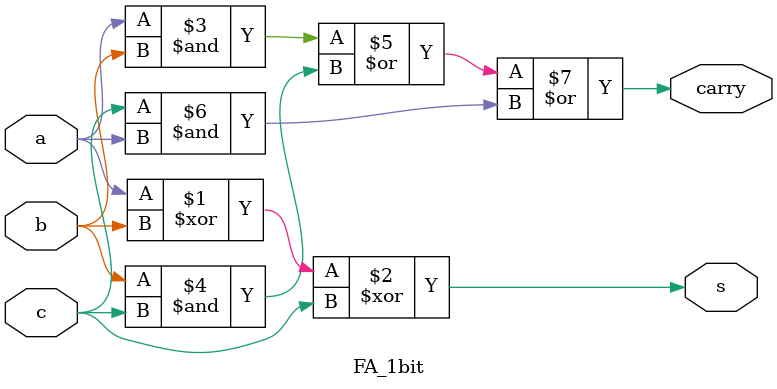
<source format=v>
`timescale 1ns / 1ps


module RCA_4bit(input [3:0] a, b, input cin, output cout, output [3:0] sum);
  wire t1,t2,t3;
  FA_1bit ff1(.a(a[0]),.b(b[0]),.c(cin),.carry(t1),.s(sum[0]));
  FA_1bit ff2(.a(a[1]),.b(b[1]),.c(t1),.carry(t2),.s(sum[1]));
  FA_1bit ff3(.a(a[2]),.b(b[2]),.c(t2),.carry(t3),.s(sum[2]));
  FA_1bit ff4(.a(a[3]),.b(b[3]),.c(t3),.carry(cout),.s(sum[3]));
   
endmodule

module FA_1bit(input a,b,c,output carry,s);
    assign s=a^b^c;
    assign carry=(a&b)|(b&c)|(c&a);
endmodule

</source>
